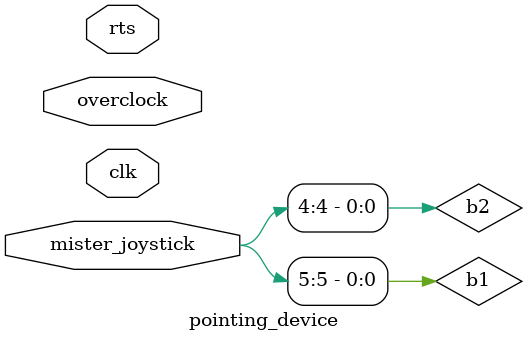
<source format=sv>
module pointing_device (
    input clk,
    input wire [15:0] mister_joystick,
    input rts,
    input overclock,
    bytestream.source serial_out
);

    // The baud rate of spoon is 1200
    // A serial frame costs 1 start bit, 8 data bits and 1 stop bit
    // In truth according to the documentation these are 7 data bits and 2 stop bits
    // But I know that this is just wrong documentation.
    // 1200 baud is eqivalent to 120 byte/s
    // 30e6 / 120 is 250000
    // For overclocking: 30e6 / 50 Hz video / 3 = 200000
    wire [18:0] kTicksPerByte = overclock ? 200000 : 250000;

    typedef enum bit [2:0] {
        DEVICE_ID,  // Always start with this after RTS is asserted
        IDLE,
        BYTE0,  // 1 1 B1 B2 Y7 Y6 X7 X6
        BYTE1,  // 1 0 X5 X4 X3 X2 X1 X0
        BYTE2  // 1 0 Y5 Y4 Y3 Y2 Y1 Y0
    } e_state;

    e_state state;
    bit [18:0] cnt;
    bit [7:0] frame[3];

    bit perform_transmit;

    wire b1 = mister_joystick[5];
    wire b2 = mister_joystick[4];

    bit b1_q, b2_q;

    bit signed [7:0] speed;

    bit signed [7:0] x;
    bit signed [7:0] y;

    bit signed [7:0] x_q;
    bit signed [7:0] y_q;
    bit [3:0] accel;

    always_comb begin
        x = 0;
        y = 0;

        // The spoon has a short amount of time where it moves 2 ticks per frame
        // After a while it switches itself to 8 ticks per frame
        // We are overclocking the spoon, changing 8 to 2 and 2 to 1
        if (accel >= 5) begin
            speed = overclock ? 7 : 8;
        end else begin
            speed = overclock ? 2 : 2;
        end

        if (mister_joystick[0]) x = speed;
        if (mister_joystick[2]) y = speed;
        if (mister_joystick[1]) x = -speed;
        if (mister_joystick[3]) y = -speed;
        // Only transmit when buttons have changed or when we are moving the cursor
        // Even so, the speed is not changed, we must transmit permanently.
        perform_transmit = (b1 != b1_q) || (b2 != b2_q) || (x != x_q) || (y != y_q) || (x !=0 ) || (y !=0 );
    end

    always_ff @(posedge clk) begin
        if (serial_out.write) $display("INPUT SERIAL %x", serial_out.data);
    end
    always_ff @(posedge clk) begin
        serial_out.write <= 0;

        if (rts) begin
            state <= DEVICE_ID;
            cnt   <= kTicksPerByte;
        end else if (cnt != 0) begin
            cnt <= cnt - 1;
        end else begin
            cnt <= kTicksPerByte;

            case (state)
                DEVICE_ID: begin
                    serial_out.data <= 8'hCA;
                    state <= IDLE;
                    serial_out.write <= 1;

                end
                IDLE: begin
                    // do nothing

                end
                BYTE0: begin
                    serial_out.data <= frame[0];
                    state <= BYTE1;
                    serial_out.write <= 1;

                end
                BYTE1: begin
                    serial_out.data <= frame[1];
                    state <= BYTE2;
                    serial_out.write <= 1;

                end
                BYTE2: begin
                    serial_out.data <= frame[2];
                    state <= IDLE;
                    serial_out.write <= 1;

                end
            endcase
        end


        // change whole frame at the same time before transmitting the next
        if (cnt == 1 && state == IDLE) begin
            // setup transmission of pointing device data
            if (perform_transmit) begin
                // store for next comparsion
                x_q <= x;
                y_q <= y;
                b1_q <= b1;
                b2_q <= b2;

                frame[0] <= {2'b11, b1, b2, y[7:6], x[7:6]};
                frame[1] <= {2'b10, x[5:0]};
                frame[2] <= {2'b10, y[5:0]};

                state <= BYTE0;
            end

            if (mister_joystick[3:0] == 0) begin
                accel <= 0;
            end else if (mister_joystick[3:0] != 0 && accel < 7) begin
                accel <= accel + 1;
            end
        end
    end
endmodule


</source>
